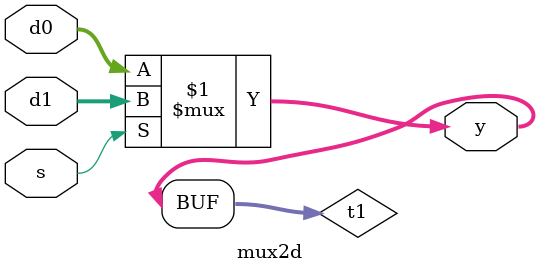
<source format=v>
`timescale 1ns / 1ps
module mux2d(d0, d1, s, y);
    input [7:0] d0;
    input [7:0] d1;
    input s;
    output [7:0] y;
wire [7:0] t1;
assign t1 = s ? d1: d0 ;
assign y = t1;

endmodule

</source>
